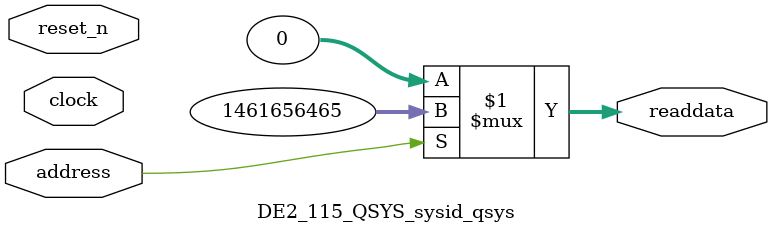
<source format=v>



// synthesis translate_off
`timescale 1ns / 1ps
// synthesis translate_on

// turn off superfluous verilog processor warnings 
// altera message_level Level1 
// altera message_off 10034 10035 10036 10037 10230 10240 10030 

module DE2_115_QSYS_sysid_qsys (
               // inputs:
                address,
                clock,
                reset_n,

               // outputs:
                readdata
             )
;

  output  [ 31: 0] readdata;
  input            address;
  input            clock;
  input            reset_n;

  wire    [ 31: 0] readdata;
  //control_slave, which is an e_avalon_slave
  assign readdata = address ? 1461656465 : 0;

endmodule




</source>
